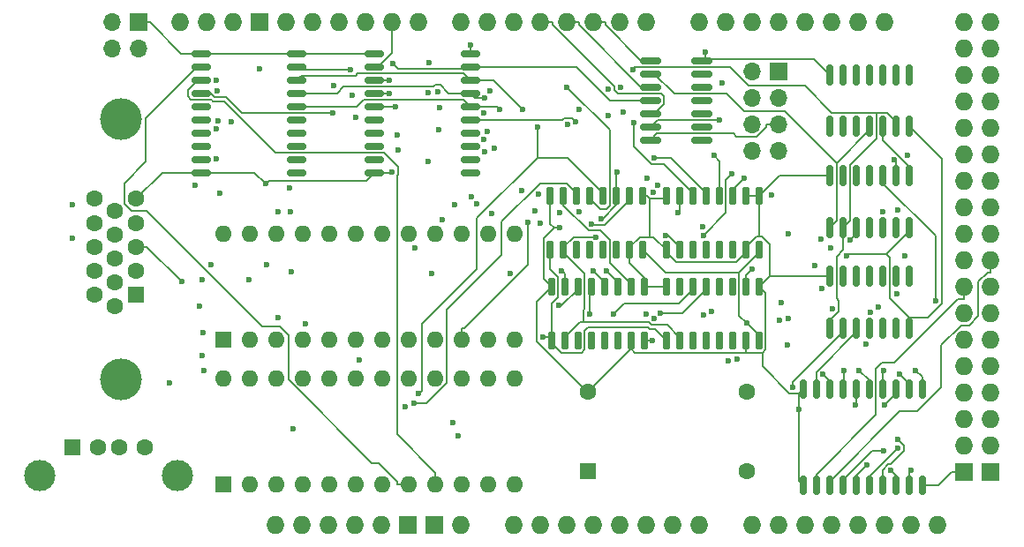
<source format=gbr>
%TF.GenerationSoftware,KiCad,Pcbnew,8.0.4+dfsg-1*%
%TF.CreationDate,2024-11-13T23:12:41-05:00*%
%TF.ProjectId,VGA_SRAM_Shield,5647415f-5352-4414-9d5f-536869656c64,rev?*%
%TF.SameCoordinates,Original*%
%TF.FileFunction,Copper,L1,Top*%
%TF.FilePolarity,Positive*%
%FSLAX46Y46*%
G04 Gerber Fmt 4.6, Leading zero omitted, Abs format (unit mm)*
G04 Created by KiCad (PCBNEW 8.0.4+dfsg-1) date 2024-11-13 23:12:41*
%MOMM*%
%LPD*%
G01*
G04 APERTURE LIST*
G04 Aperture macros list*
%AMRoundRect*
0 Rectangle with rounded corners*
0 $1 Rounding radius*
0 $2 $3 $4 $5 $6 $7 $8 $9 X,Y pos of 4 corners*
0 Add a 4 corners polygon primitive as box body*
4,1,4,$2,$3,$4,$5,$6,$7,$8,$9,$2,$3,0*
0 Add four circle primitives for the rounded corners*
1,1,$1+$1,$2,$3*
1,1,$1+$1,$4,$5*
1,1,$1+$1,$6,$7*
1,1,$1+$1,$8,$9*
0 Add four rect primitives between the rounded corners*
20,1,$1+$1,$2,$3,$4,$5,0*
20,1,$1+$1,$4,$5,$6,$7,0*
20,1,$1+$1,$6,$7,$8,$9,0*
20,1,$1+$1,$8,$9,$2,$3,0*%
G04 Aperture macros list end*
%TA.AperFunction,SMDPad,CuDef*%
%ADD10RoundRect,0.150000X0.150000X-0.725000X0.150000X0.725000X-0.150000X0.725000X-0.150000X-0.725000X0*%
%TD*%
%TA.AperFunction,ComponentPad*%
%ADD11R,1.700000X1.700000*%
%TD*%
%TA.AperFunction,ComponentPad*%
%ADD12O,1.700000X1.700000*%
%TD*%
%TA.AperFunction,ComponentPad*%
%ADD13R,1.600000X1.500000*%
%TD*%
%TA.AperFunction,ComponentPad*%
%ADD14C,1.600000*%
%TD*%
%TA.AperFunction,ComponentPad*%
%ADD15C,3.000000*%
%TD*%
%TA.AperFunction,ComponentPad*%
%ADD16C,4.000000*%
%TD*%
%TA.AperFunction,ComponentPad*%
%ADD17R,1.600000X1.600000*%
%TD*%
%TA.AperFunction,ComponentPad*%
%ADD18O,1.600000X1.600000*%
%TD*%
%TA.AperFunction,ComponentPad*%
%ADD19O,1.727200X1.727200*%
%TD*%
%TA.AperFunction,ComponentPad*%
%ADD20R,1.727200X1.727200*%
%TD*%
%TA.AperFunction,SMDPad,CuDef*%
%ADD21RoundRect,0.150000X0.150000X-0.800000X0.150000X0.800000X-0.150000X0.800000X-0.150000X-0.800000X0*%
%TD*%
%TA.AperFunction,SMDPad,CuDef*%
%ADD22RoundRect,0.150000X-0.825000X-0.150000X0.825000X-0.150000X0.825000X0.150000X-0.825000X0.150000X0*%
%TD*%
%TA.AperFunction,SMDPad,CuDef*%
%ADD23RoundRect,0.150000X0.150000X-0.825000X0.150000X0.825000X-0.150000X0.825000X-0.150000X-0.825000X0*%
%TD*%
%TA.AperFunction,SMDPad,CuDef*%
%ADD24RoundRect,0.150000X-0.800000X-0.150000X0.800000X-0.150000X0.800000X0.150000X-0.800000X0.150000X0*%
%TD*%
%TA.AperFunction,ViaPad*%
%ADD25C,0.600000*%
%TD*%
%TA.AperFunction,Conductor*%
%ADD26C,0.200000*%
%TD*%
G04 APERTURE END LIST*
D10*
%TO.P,U7,1,~{MR}*%
%TO.N,~{V_RESET}*%
X92370000Y-164140000D03*
%TO.P,U7,2,CP*%
%TO.N,Net-(U3-~{MR})*%
X93640000Y-164140000D03*
%TO.P,U7,3,D0*%
%TO.N,unconnected-(U7-D0-Pad3)*%
X94910000Y-164140000D03*
%TO.P,U7,4,D1*%
%TO.N,unconnected-(U7-D1-Pad4)*%
X96180000Y-164140000D03*
%TO.P,U7,5,D2*%
%TO.N,unconnected-(U7-D2-Pad5)*%
X97450000Y-164140000D03*
%TO.P,U7,6,D3*%
%TO.N,unconnected-(U7-D3-Pad6)*%
X98720000Y-164140000D03*
%TO.P,U7,7,CEP*%
%TO.N,PWR*%
X99990000Y-164140000D03*
%TO.P,U7,8,GND*%
%TO.N,GND*%
X101260000Y-164140000D03*
%TO.P,U7,9,~{PE}*%
%TO.N,PWR*%
X101260000Y-158990000D03*
%TO.P,U7,10,CET*%
%TO.N,Net-(U6-TC)*%
X99990000Y-158990000D03*
%TO.P,U7,11,Q3*%
%TO.N,unconnected-(U7-Q3-Pad11)*%
X98720000Y-158990000D03*
%TO.P,U7,12,Q2*%
%TO.N,unconnected-(U7-Q2-Pad12)*%
X97450000Y-158990000D03*
%TO.P,U7,13,Q1*%
%TO.N,A18*%
X96180000Y-158990000D03*
%TO.P,U7,14,Q0*%
%TO.N,A17*%
X94910000Y-158990000D03*
%TO.P,U7,15,TC*%
%TO.N,unconnected-(U7-TC-Pad15)*%
X93640000Y-158990000D03*
%TO.P,U7,16,VCC*%
%TO.N,PWR*%
X92370000Y-158990000D03*
%TD*%
D11*
%TO.P,J2,1,Pin_1*%
%TO.N,PWR*%
X41700000Y-133625000D03*
D12*
%TO.P,J2,2,Pin_2*%
X39160000Y-133625000D03*
%TO.P,J2,3,Pin_3*%
%TO.N,GND*%
X41700000Y-136165000D03*
%TO.P,J2,4,Pin_4*%
X39160000Y-136165000D03*
%TD*%
D13*
%TO.P,J5,1,VBUS*%
%TO.N,PWR*%
X35355000Y-174390000D03*
D14*
%TO.P,J5,2,D-*%
%TO.N,Net-(A1-D18{slash}TX1)*%
X37855000Y-174390000D03*
%TO.P,J5,3,D+*%
%TO.N,Net-(A1-D19{slash}RX1)*%
X39855000Y-174390000D03*
%TO.P,J5,4,GND*%
%TO.N,GND*%
X42355000Y-174390000D03*
D15*
%TO.P,J5,5,Shield*%
X32285000Y-177100000D03*
X45425000Y-177100000D03*
%TD*%
D10*
%TO.P,U10,1,~{MR}*%
%TO.N,PWR*%
X92354400Y-155467200D03*
%TO.P,U10,2,CP*%
%TO.N,H_CLK*%
X93624400Y-155467200D03*
%TO.P,U10,3,D0*%
%TO.N,unconnected-(U10-D0-Pad3)*%
X94894400Y-155467200D03*
%TO.P,U10,4,D1*%
%TO.N,unconnected-(U10-D1-Pad4)*%
X96164400Y-155467200D03*
%TO.P,U10,5,D2*%
%TO.N,unconnected-(U10-D2-Pad5)*%
X97434400Y-155467200D03*
%TO.P,U10,6,D3*%
%TO.N,unconnected-(U10-D3-Pad6)*%
X98704400Y-155467200D03*
%TO.P,U10,7,CEP*%
%TO.N,PWR*%
X99974400Y-155467200D03*
%TO.P,U10,8,GND*%
%TO.N,GND*%
X101244400Y-155467200D03*
%TO.P,U10,9,~{PE}*%
%TO.N,PWR*%
X101244400Y-150317200D03*
%TO.P,U10,10,CET*%
X99974400Y-150317200D03*
%TO.P,U10,11,Q3*%
%TO.N,A3*%
X98704400Y-150317200D03*
%TO.P,U10,12,Q2*%
%TO.N,A2*%
X97434400Y-150317200D03*
%TO.P,U10,13,Q1*%
%TO.N,A1*%
X96164400Y-150317200D03*
%TO.P,U10,14,Q0*%
%TO.N,A0*%
X94894400Y-150317200D03*
%TO.P,U10,15,TC*%
%TO.N,Net-(U10-TC)*%
X93624400Y-150317200D03*
%TO.P,U10,16,VCC*%
%TO.N,PWR*%
X92354400Y-150317200D03*
%TD*%
D16*
%TO.P,J3,0*%
%TO.N,N/C*%
X40040000Y-142920000D03*
X40040000Y-167920000D03*
D17*
%TO.P,J3,1*%
%TO.N,Net-(J3-Pad1)*%
X41460000Y-159735000D03*
D14*
%TO.P,J3,2*%
%TO.N,Net-(J3-Pad2)*%
X41460000Y-157445000D03*
%TO.P,J3,3*%
%TO.N,Net-(J3-Pad3)*%
X41460000Y-155155000D03*
%TO.P,J3,4*%
%TO.N,unconnected-(J3-Pad4)*%
X41460000Y-152865000D03*
%TO.P,J3,5*%
%TO.N,GND*%
X41460000Y-150575000D03*
%TO.P,J3,6*%
X39480000Y-160880000D03*
%TO.P,J3,7*%
X39480000Y-158590000D03*
%TO.P,J3,8*%
X39480000Y-156300000D03*
%TO.P,J3,9*%
%TO.N,unconnected-(J3-Pad9)*%
X39480000Y-154010000D03*
%TO.P,J3,10*%
%TO.N,GND*%
X39480000Y-151720000D03*
%TO.P,J3,11*%
%TO.N,unconnected-(J3-Pad11)*%
X37500000Y-159735000D03*
%TO.P,J3,12*%
%TO.N,unconnected-(J3-Pad12)*%
X37500000Y-157445000D03*
%TO.P,J3,13*%
%TO.N,Net-(J3-Pad13)*%
X37500000Y-155155000D03*
%TO.P,J3,14*%
%TO.N,Net-(J3-Pad14)*%
X37500000Y-152865000D03*
%TO.P,J3,15*%
%TO.N,unconnected-(J3-Pad15)*%
X37500000Y-150575000D03*
%TD*%
D17*
%TO.P,X1,1,NC*%
%TO.N,unconnected-(X1-NC-Pad1)*%
X84836000Y-176657000D03*
D14*
%TO.P,X1,7,GND*%
%TO.N,GND*%
X100076000Y-176657000D03*
%TO.P,X1,8,OUT*%
%TO.N,H_CLK*%
X100076000Y-169037000D03*
%TO.P,X1,14,Vcc*%
%TO.N,PWR*%
X84836000Y-169037000D03*
%TD*%
D17*
%TO.P,U8,1,I1*%
%TO.N,A0*%
X49885600Y-164109400D03*
D18*
%TO.P,U8,2,I2*%
%TO.N,A1*%
X52425600Y-164109400D03*
%TO.P,U8,3,I3*%
%TO.N,A2*%
X54965600Y-164109400D03*
%TO.P,U8,4,I4*%
%TO.N,A3*%
X57505600Y-164109400D03*
%TO.P,U8,5,I5*%
%TO.N,A4*%
X60045600Y-164109400D03*
%TO.P,U8,6,I6*%
%TO.N,A5*%
X62585600Y-164109400D03*
%TO.P,U8,7,I7*%
%TO.N,A6*%
X65125600Y-164109400D03*
%TO.P,U8,8,I8*%
%TO.N,A7*%
X67665600Y-164109400D03*
%TO.P,U8,9,I9*%
%TO.N,A8*%
X70205600Y-164109400D03*
%TO.P,U8,10,I10*%
%TO.N,A9*%
X72745600Y-164109400D03*
%TO.P,U8,11,I11*%
%TO.N,unconnected-(U8-I11-Pad11)*%
X75285600Y-164109400D03*
%TO.P,U8,12,GND*%
%TO.N,GND*%
X77825600Y-164109400D03*
%TO.P,U8,13,I13*%
%TO.N,unconnected-(U8-I13-Pad13)*%
X77825600Y-153949400D03*
%TO.P,U8,14,IO14*%
%TO.N,unconnected-(U8-IO14-Pad14)*%
X75285600Y-153949400D03*
%TO.P,U8,15,IO15*%
%TO.N,unconnected-(U8-IO15-Pad15)*%
X72745600Y-153949400D03*
%TO.P,U8,16,IO16*%
%TO.N,H_VISIBLE*%
X70205600Y-153949400D03*
%TO.P,U8,17,IO17*%
%TO.N,unconnected-(U8-IO17-Pad17)*%
X67665600Y-153949400D03*
%TO.P,U8,18,IO18*%
%TO.N,~{H_SYNC}*%
X65125600Y-153949400D03*
%TO.P,U8,19,IO19*%
%TO.N,unconnected-(U8-IO19-Pad19)*%
X62585600Y-153949400D03*
%TO.P,U8,20,IO20*%
%TO.N,Net-(U3-~{MR})*%
X60045600Y-153949400D03*
%TO.P,U8,21,IO21*%
%TO.N,unconnected-(U8-IO21-Pad21)*%
X57505600Y-153949400D03*
%TO.P,U8,22,IO22*%
%TO.N,unconnected-(U8-IO22-Pad22)*%
X54965600Y-153949400D03*
%TO.P,U8,23,IO23*%
%TO.N,unconnected-(U8-IO23-Pad23)*%
X52425600Y-153949400D03*
%TO.P,U8,24,VCC*%
%TO.N,PWR*%
X49885600Y-153949400D03*
%TD*%
D19*
%TO.P,A1,*%
%TO.N,*%
X54864000Y-181864000D03*
%TO.P,A1,3V3,3.3V*%
%TO.N,unconnected-(A1-3.3V-Pad3V3)*%
X62484000Y-181864000D03*
%TO.P,A1,5V1,5V*%
%TO.N,unconnected-(A1-5V-Pad5V1)*%
X65024000Y-181864000D03*
%TO.P,A1,5V3,5V*%
%TO.N,unconnected-(A1-5V-Pad5V3)*%
X120904000Y-133604000D03*
%TO.P,A1,5V4,5V*%
%TO.N,unconnected-(A1-5V-Pad5V4)*%
X123444000Y-133604000D03*
%TO.P,A1,A0,A0*%
%TO.N,unconnected-(A1-PadA0)*%
X77724000Y-181864000D03*
%TO.P,A1,A1,A1*%
%TO.N,unconnected-(A1-PadA1)*%
X80264000Y-181864000D03*
%TO.P,A1,A2,A2*%
%TO.N,unconnected-(A1-PadA2)*%
X82804000Y-181864000D03*
%TO.P,A1,A3,A3*%
%TO.N,unconnected-(A1-PadA3)*%
X85344000Y-181864000D03*
%TO.P,A1,A4,A4*%
%TO.N,unconnected-(A1-PadA4)*%
X87884000Y-181864000D03*
%TO.P,A1,A5,A5*%
%TO.N,unconnected-(A1-PadA5)*%
X90424000Y-181864000D03*
%TO.P,A1,A6,A6*%
%TO.N,unconnected-(A1-PadA6)*%
X92964000Y-181864000D03*
%TO.P,A1,A7,A7*%
%TO.N,unconnected-(A1-PadA7)*%
X95504000Y-181864000D03*
%TO.P,A1,A8,A8*%
%TO.N,/MCUMEMADDR12*%
X100584000Y-181864000D03*
%TO.P,A1,A9,A9*%
%TO.N,/MCUMEMADDR13*%
X103124000Y-181864000D03*
%TO.P,A1,A10,A10*%
%TO.N,/MCUMEMADDR14*%
X105664000Y-181864000D03*
%TO.P,A1,A11,A11*%
%TO.N,/MCUMEMADDR15*%
X108204000Y-181864000D03*
%TO.P,A1,AREF,AREF*%
%TO.N,unconnected-(A1-PadAREF)*%
X50800000Y-133604000D03*
%TO.P,A1,CANR,CANRX*%
%TO.N,unconnected-(A1-CANRX-PadCANR)*%
X115824000Y-181864000D03*
%TO.P,A1,CANT,CANTX*%
%TO.N,unconnected-(A1-CANTX-PadCANT)*%
X118364000Y-181864000D03*
%TO.P,A1,D0,D0/RX0*%
%TO.N,unconnected-(A1-D0{slash}RX0-PadD0)*%
X90424000Y-133604000D03*
%TO.P,A1,D1,D1/TX0*%
%TO.N,unconnected-(A1-D1{slash}TX0-PadD1)*%
X87884000Y-133604000D03*
%TO.P,A1,D2,D2*%
%TO.N,/MCU OE*%
X85344000Y-133604000D03*
%TO.P,A1,D3,D3*%
%TO.N,/MCU CE*%
X82804000Y-133604000D03*
%TO.P,A1,D4,D4_CS1*%
%TO.N,/MCU WE*%
X80264000Y-133604000D03*
%TO.P,A1,D5,D5*%
%TO.N,unconnected-(A1-PadD5)*%
X77724000Y-133604000D03*
%TO.P,A1,D6,D6*%
%TO.N,/MCUMEMADDR19*%
X75184000Y-133604000D03*
%TO.P,A1,D7,D7*%
%TO.N,/MCUMEMADDR18*%
X72644000Y-133604000D03*
%TO.P,A1,D8,D8*%
%TO.N,/MCUMEMADDR17*%
X68580000Y-133604000D03*
%TO.P,A1,D9,D9*%
%TO.N,/MCUMEMADDR16*%
X66040000Y-133604000D03*
%TO.P,A1,D10,D10_CS0*%
%TO.N,unconnected-(A1-D10_CS0-PadD10)*%
X63500000Y-133604000D03*
%TO.P,A1,D11,D11*%
%TO.N,unconnected-(A1-PadD11)*%
X60960000Y-133604000D03*
%TO.P,A1,D12,D12*%
%TO.N,unconnected-(A1-PadD12)*%
X58420000Y-133604000D03*
%TO.P,A1,D13,D13*%
%TO.N,unconnected-(A1-PadD13)*%
X55880000Y-133604000D03*
%TO.P,A1,D14,D14/TX3*%
%TO.N,unconnected-(A1-D14{slash}TX3-PadD14)*%
X95504000Y-133604000D03*
%TO.P,A1,D15,D15/RX3*%
%TO.N,unconnected-(A1-D15{slash}RX3-PadD15)*%
X98044000Y-133604000D03*
%TO.P,A1,D16,D16/TX2*%
%TO.N,unconnected-(A1-D16{slash}TX2-PadD16)*%
X100584000Y-133604000D03*
%TO.P,A1,D17,D17/RX2*%
%TO.N,unconnected-(A1-D17{slash}RX2-PadD17)*%
X103124000Y-133604000D03*
%TO.P,A1,D18,D18/TX1*%
%TO.N,Net-(A1-D18{slash}TX1)*%
X105664000Y-133604000D03*
%TO.P,A1,D19,D19/RX1*%
%TO.N,Net-(A1-D19{slash}RX1)*%
X108204000Y-133604000D03*
%TO.P,A1,D20,D20/SDA*%
%TO.N,unconnected-(A1-D20{slash}SDA-PadD20)*%
X110744000Y-133604000D03*
%TO.P,A1,D21,D21/SCL*%
%TO.N,unconnected-(A1-D21{slash}SCL-PadD21)*%
X113284000Y-133604000D03*
%TO.P,A1,D22,D22*%
%TO.N,unconnected-(A1-PadD22)*%
X120904000Y-136144000D03*
%TO.P,A1,D23,D23*%
%TO.N,unconnected-(A1-PadD23)*%
X123444000Y-136144000D03*
%TO.P,A1,D24,D24*%
%TO.N,unconnected-(A1-PadD24)*%
X120904000Y-138684000D03*
%TO.P,A1,D25,D25*%
%TO.N,/MCUMEMADDR8*%
X123444000Y-138684000D03*
%TO.P,A1,D26,D26*%
%TO.N,/MCUMEMADDR9*%
X120904000Y-141224000D03*
%TO.P,A1,D27,D27*%
%TO.N,/MCUMEMADDR10*%
X123444000Y-141224000D03*
%TO.P,A1,D28,D28*%
%TO.N,/MCUMEMADDR11*%
X120904000Y-143764000D03*
%TO.P,A1,D29,D29*%
%TO.N,unconnected-(A1-PadD29)*%
X123444000Y-143764000D03*
%TO.P,A1,D30,D30*%
%TO.N,unconnected-(A1-PadD30)*%
X120904000Y-146304000D03*
%TO.P,A1,D31,D31*%
%TO.N,unconnected-(A1-PadD31)*%
X123444000Y-146304000D03*
%TO.P,A1,D32,D32*%
%TO.N,unconnected-(A1-PadD32)*%
X120904000Y-148844000D03*
%TO.P,A1,D33,D33*%
%TO.N,DATA0*%
X123444000Y-148844000D03*
%TO.P,A1,D34,D34*%
%TO.N,DATA1*%
X120904000Y-151384000D03*
%TO.P,A1,D35,D35*%
%TO.N,DATA2*%
X123444000Y-151384000D03*
%TO.P,A1,D36,D36*%
%TO.N,DATA3*%
X120904000Y-153924000D03*
%TO.P,A1,D37,D37*%
%TO.N,DATA4*%
X123444000Y-153924000D03*
%TO.P,A1,D38,D38*%
%TO.N,DATA5*%
X120904000Y-156464000D03*
%TO.P,A1,D39,D39*%
%TO.N,DATA6*%
X123444000Y-156464000D03*
%TO.P,A1,D40,D40*%
%TO.N,DATA7*%
X120904000Y-159004000D03*
%TO.P,A1,D41,D41*%
%TO.N,unconnected-(A1-PadD41)*%
X123444000Y-159004000D03*
%TO.P,A1,D42,D42*%
%TO.N,unconnected-(A1-PadD42)*%
X120904000Y-161544000D03*
%TO.P,A1,D43,D43*%
%TO.N,unconnected-(A1-PadD43)*%
X123444000Y-161544000D03*
%TO.P,A1,D44,D44*%
%TO.N,/MCUMEMADDR7*%
X120904000Y-164084000D03*
%TO.P,A1,D45,D45*%
%TO.N,/MCUMEMADDR6*%
X123444000Y-164084000D03*
%TO.P,A1,D46,D46*%
%TO.N,/MCUMEMADDR5*%
X120904000Y-166624000D03*
%TO.P,A1,D47,D47*%
%TO.N,/MCUMEMADDR4*%
X123444000Y-166624000D03*
%TO.P,A1,D48,D48*%
%TO.N,/MCUMEMADDR3*%
X120904000Y-169164000D03*
%TO.P,A1,D49,D49*%
%TO.N,/MCUMEMADDR2*%
X123444000Y-169164000D03*
%TO.P,A1,D50,D50*%
%TO.N,/MCUMEMADDR1*%
X120904000Y-171704000D03*
%TO.P,A1,D51,D51*%
%TO.N,/MCUMEMADDR0*%
X123444000Y-171704000D03*
%TO.P,A1,D52,D52_CS2*%
%TO.N,unconnected-(A1-D52_CS2-PadD52)*%
X120904000Y-174244000D03*
%TO.P,A1,D53,D53*%
%TO.N,unconnected-(A1-PadD53)*%
X123444000Y-174244000D03*
%TO.P,A1,DAC0,DAC0*%
%TO.N,unconnected-(A1-PadDAC0)*%
X110744000Y-181864000D03*
%TO.P,A1,DAC1,DAC1*%
%TO.N,unconnected-(A1-PadDAC1)*%
X113284000Y-181864000D03*
D20*
%TO.P,A1,GND1,GND*%
%TO.N,GND*%
X53340000Y-133604000D03*
%TO.P,A1,GND2,GND*%
X67564000Y-181864000D03*
%TO.P,A1,GND3,GND*%
X70104000Y-181864000D03*
%TO.P,A1,GND5,GND*%
X120904000Y-176784000D03*
%TO.P,A1,GND6,GND*%
X123444000Y-176784000D03*
D19*
%TO.P,A1,IORF,IOREF*%
%TO.N,unconnected-(A1-IOREF-PadIORF)*%
X57404000Y-181864000D03*
%TO.P,A1,RST1,RESET*%
%TO.N,unconnected-(A1-RESET-PadRST1)*%
X59944000Y-181864000D03*
%TO.P,A1,SCL1,SCL1*%
%TO.N,unconnected-(A1-PadSCL1)*%
X45720000Y-133604000D03*
%TO.P,A1,SDA1,SDA1*%
%TO.N,unconnected-(A1-PadSDA1)*%
X48260000Y-133604000D03*
%TO.P,A1,VIN,VIN*%
%TO.N,PWR*%
X72644000Y-181864000D03*
%TD*%
D21*
%TO.P,U2,1,A->B*%
%TO.N,PWR*%
X105460800Y-178054000D03*
%TO.P,U2,2,A0*%
%TO.N,DATA7*%
X106730800Y-178054000D03*
%TO.P,U2,3,A1*%
%TO.N,DATA6*%
X108000800Y-178054000D03*
%TO.P,U2,4,A2*%
%TO.N,DATA5*%
X109270800Y-178054000D03*
%TO.P,U2,5,A3*%
%TO.N,DATA4*%
X110540800Y-178054000D03*
%TO.P,U2,6,A4*%
%TO.N,DATA3*%
X111810800Y-178054000D03*
%TO.P,U2,7,A5*%
%TO.N,DATA2*%
X113080800Y-178054000D03*
%TO.P,U2,8,A6*%
%TO.N,DATA1*%
X114350800Y-178054000D03*
%TO.P,U2,9,A7*%
%TO.N,DATA0*%
X115620800Y-178054000D03*
%TO.P,U2,10,GND*%
%TO.N,GND*%
X116890800Y-178054000D03*
%TO.P,U2,11,B7*%
%TO.N,Net-(U2-B7)*%
X116890800Y-168854000D03*
%TO.P,U2,12,B6*%
%TO.N,Net-(U2-B6)*%
X115620800Y-168854000D03*
%TO.P,U2,13,B5*%
%TO.N,Net-(U2-B5)*%
X114350800Y-168854000D03*
%TO.P,U2,14,B4*%
%TO.N,Net-(U2-B4)*%
X113080800Y-168854000D03*
%TO.P,U2,15,B3*%
%TO.N,Net-(U2-B3)*%
X111810800Y-168854000D03*
%TO.P,U2,16,B2*%
%TO.N,Net-(U2-B2)*%
X110540800Y-168854000D03*
%TO.P,U2,17,B1*%
%TO.N,Net-(U2-B1)*%
X109270800Y-168854000D03*
%TO.P,U2,18,B0*%
%TO.N,Net-(U2-B0)*%
X108000800Y-168854000D03*
%TO.P,U2,19,CE*%
%TO.N,~{VGA_OUT}*%
X106730800Y-168854000D03*
%TO.P,U2,20,VCC*%
%TO.N,PWR*%
X105460800Y-168854000D03*
%TD*%
D22*
%TO.P,U19,1*%
%TO.N,/MCU OE*%
X90833400Y-137287000D03*
%TO.P,U19,2*%
%TO.N,~{MCU OE}*%
X90833400Y-138557000D03*
%TO.P,U19,3*%
%TO.N,/MCU CE*%
X90833400Y-139827000D03*
%TO.P,U19,4*%
%TO.N,Net-(U11-CE)*%
X90833400Y-141097000D03*
%TO.P,U19,5*%
%TO.N,/MCU WE*%
X90833400Y-142367000D03*
%TO.P,U19,6*%
%TO.N,Net-(U1-~{WE})*%
X90833400Y-143637000D03*
%TO.P,U19,7,GND*%
%TO.N,GND*%
X90833400Y-144907000D03*
%TO.P,U19,8*%
%TO.N,unconnected-(U19-Pad8)*%
X95783400Y-144907000D03*
%TO.P,U19,9*%
%TO.N,unconnected-(U19-Pad9)*%
X95783400Y-143637000D03*
%TO.P,U19,10*%
%TO.N,unconnected-(U19-Pad10)*%
X95783400Y-142367000D03*
%TO.P,U19,11*%
%TO.N,unconnected-(U19-Pad11)*%
X95783400Y-141097000D03*
%TO.P,U19,12*%
%TO.N,unconnected-(U19-Pad12)*%
X95783400Y-139827000D03*
%TO.P,U19,13*%
%TO.N,unconnected-(U19-Pad13)*%
X95783400Y-138557000D03*
%TO.P,U19,14,VCC*%
%TO.N,PWR*%
X95783400Y-137287000D03*
%TD*%
D10*
%TO.P,U5,1,~{MR}*%
%TO.N,~{V_RESET}*%
X81229200Y-155441800D03*
%TO.P,U5,2,CP*%
%TO.N,Net-(U3-~{MR})*%
X82499200Y-155441800D03*
%TO.P,U5,3,D0*%
%TO.N,unconnected-(U5-D0-Pad3)*%
X83769200Y-155441800D03*
%TO.P,U5,4,D1*%
%TO.N,unconnected-(U5-D1-Pad4)*%
X85039200Y-155441800D03*
%TO.P,U5,5,D2*%
%TO.N,unconnected-(U5-D2-Pad5)*%
X86309200Y-155441800D03*
%TO.P,U5,6,D3*%
%TO.N,unconnected-(U5-D3-Pad6)*%
X87579200Y-155441800D03*
%TO.P,U5,7,CEP*%
%TO.N,PWR*%
X88849200Y-155441800D03*
%TO.P,U5,8,GND*%
%TO.N,GND*%
X90119200Y-155441800D03*
%TO.P,U5,9,~{PE}*%
%TO.N,PWR*%
X90119200Y-150291800D03*
%TO.P,U5,10,CET*%
%TO.N,Net-(U4-TC)*%
X88849200Y-150291800D03*
%TO.P,U5,11,Q3*%
%TO.N,A12*%
X87579200Y-150291800D03*
%TO.P,U5,12,Q2*%
%TO.N,A11*%
X86309200Y-150291800D03*
%TO.P,U5,13,Q1*%
%TO.N,A10*%
X85039200Y-150291800D03*
%TO.P,U5,14,Q0*%
%TO.N,Net-(U5-Q0)*%
X83769200Y-150291800D03*
%TO.P,U5,15,TC*%
%TO.N,Net-(U5-TC)*%
X82499200Y-150291800D03*
%TO.P,U5,16,VCC*%
%TO.N,PWR*%
X81229200Y-150291800D03*
%TD*%
D23*
%TO.P,U16,1*%
%TO.N,~{MCU OE}*%
X108051600Y-153289000D03*
%TO.P,U16,2*%
%TO.N,~{TIMING ADDR}*%
X109321600Y-153289000D03*
%TO.P,U16,3*%
%TO.N,~{OE}*%
X110591600Y-153289000D03*
%TO.P,U16,4*%
%TO.N,unconnected-(U16-Pad4)*%
X111861600Y-153289000D03*
%TO.P,U16,5*%
%TO.N,unconnected-(U16-Pad5)*%
X113131600Y-153289000D03*
%TO.P,U16,6*%
%TO.N,unconnected-(U16-Pad6)*%
X114401600Y-153289000D03*
%TO.P,U16,7,GND*%
%TO.N,GND*%
X115671600Y-153289000D03*
%TO.P,U16,8*%
%TO.N,Net-(U16-Pad8)*%
X115671600Y-148339000D03*
%TO.P,U16,9*%
%TO.N,Net-(U11-CE)*%
X114401600Y-148339000D03*
%TO.P,U16,10*%
%TO.N,Net-(U1-~{WE})*%
X113131600Y-148339000D03*
%TO.P,U16,11*%
%TO.N,unconnected-(U16-Pad11)*%
X111861600Y-148339000D03*
%TO.P,U16,12*%
%TO.N,unconnected-(U16-Pad12)*%
X110591600Y-148339000D03*
%TO.P,U16,13*%
%TO.N,unconnected-(U16-Pad13)*%
X109321600Y-148339000D03*
%TO.P,U16,14,VCC*%
%TO.N,PWR*%
X108051600Y-148339000D03*
%TD*%
%TO.P,U15,1*%
%TO.N,~{TIMING ADDR}*%
X108051600Y-162966400D03*
%TO.P,U15,2*%
%TO.N,~{SCREEN_VISIBLE}*%
X109321600Y-162966400D03*
%TO.P,U15,3*%
%TO.N,~{VGA_OUT}*%
X110591600Y-162966400D03*
%TO.P,U15,4*%
%TO.N,unconnected-(U15-Pad4)*%
X111861600Y-162966400D03*
%TO.P,U15,5*%
%TO.N,unconnected-(U15-Pad5)*%
X113131600Y-162966400D03*
%TO.P,U15,6*%
%TO.N,unconnected-(U15-Pad6)*%
X114401600Y-162966400D03*
%TO.P,U15,7,GND*%
%TO.N,GND*%
X115671600Y-162966400D03*
%TO.P,U15,8*%
%TO.N,unconnected-(U15-Pad8)*%
X115671600Y-158016400D03*
%TO.P,U15,9*%
%TO.N,unconnected-(U15-Pad9)*%
X114401600Y-158016400D03*
%TO.P,U15,10*%
%TO.N,unconnected-(U15-Pad10)*%
X113131600Y-158016400D03*
%TO.P,U15,11*%
%TO.N,unconnected-(U15-Pad11)*%
X111861600Y-158016400D03*
%TO.P,U15,12*%
%TO.N,unconnected-(U15-Pad12)*%
X110591600Y-158016400D03*
%TO.P,U15,13*%
%TO.N,unconnected-(U15-Pad13)*%
X109321600Y-158016400D03*
%TO.P,U15,14,VCC*%
%TO.N,PWR*%
X108051600Y-158016400D03*
%TD*%
D11*
%TO.P,J1,1,Pin_1*%
%TO.N,~{H_SYNC}*%
X103124000Y-138328400D03*
D12*
%TO.P,J1,2,Pin_2*%
%TO.N,H_VISIBLE*%
X100584000Y-138328400D03*
%TO.P,J1,3,Pin_3*%
%TO.N,~{SCREEN_VISIBLE}*%
X103124000Y-140868400D03*
%TO.P,J1,4,Pin_4*%
%TO.N,~{V_RESET}*%
X100584000Y-140868400D03*
%TO.P,J1,5,Pin_5*%
%TO.N,GND*%
X103124000Y-143408400D03*
%TO.P,J1,6,Pin_6*%
%TO.N,~{V_SYNC}*%
X100584000Y-143408400D03*
%TO.P,J1,7,Pin_7*%
%TO.N,V_FRONT_PORCH*%
X103124000Y-145948400D03*
%TO.P,J1,8,Pin_8*%
%TO.N,~{V_VISIBLE}*%
X100584000Y-145948400D03*
%TD*%
D10*
%TO.P,U6,1,~{MR}*%
%TO.N,~{V_RESET}*%
X81330800Y-164128600D03*
%TO.P,U6,2,CP*%
%TO.N,Net-(U3-~{MR})*%
X82600800Y-164128600D03*
%TO.P,U6,3,D0*%
%TO.N,unconnected-(U6-D0-Pad3)*%
X83870800Y-164128600D03*
%TO.P,U6,4,D1*%
%TO.N,unconnected-(U6-D1-Pad4)*%
X85140800Y-164128600D03*
%TO.P,U6,5,D2*%
%TO.N,unconnected-(U6-D2-Pad5)*%
X86410800Y-164128600D03*
%TO.P,U6,6,D3*%
%TO.N,unconnected-(U6-D3-Pad6)*%
X87680800Y-164128600D03*
%TO.P,U6,7,CEP*%
%TO.N,PWR*%
X88950800Y-164128600D03*
%TO.P,U6,8,GND*%
%TO.N,GND*%
X90220800Y-164128600D03*
%TO.P,U6,9,~{PE}*%
%TO.N,PWR*%
X90220800Y-158978600D03*
%TO.P,U6,10,CET*%
%TO.N,Net-(U5-TC)*%
X88950800Y-158978600D03*
%TO.P,U6,11,Q3*%
%TO.N,A16*%
X87680800Y-158978600D03*
%TO.P,U6,12,Q2*%
%TO.N,A15*%
X86410800Y-158978600D03*
%TO.P,U6,13,Q1*%
%TO.N,A14*%
X85140800Y-158978600D03*
%TO.P,U6,14,Q0*%
%TO.N,A13*%
X83870800Y-158978600D03*
%TO.P,U6,15,TC*%
%TO.N,Net-(U6-TC)*%
X82600800Y-158978600D03*
%TO.P,U6,16,VCC*%
%TO.N,PWR*%
X81330800Y-158978600D03*
%TD*%
D17*
%TO.P,U9,1,I1*%
%TO.N,Net-(U5-Q0)*%
X49885600Y-177927000D03*
D18*
%TO.P,U9,2,I2*%
%TO.N,A10*%
X52425600Y-177927000D03*
%TO.P,U9,3,I3*%
%TO.N,A11*%
X54965600Y-177927000D03*
%TO.P,U9,4,I4*%
%TO.N,A12*%
X57505600Y-177927000D03*
%TO.P,U9,5,I5*%
%TO.N,A13*%
X60045600Y-177927000D03*
%TO.P,U9,6,I6*%
%TO.N,A14*%
X62585600Y-177927000D03*
%TO.P,U9,7,I7*%
%TO.N,A15*%
X65125600Y-177927000D03*
%TO.P,U9,8,I8*%
%TO.N,A16*%
X67665600Y-177927000D03*
%TO.P,U9,9,I9*%
%TO.N,A17*%
X70205600Y-177927000D03*
%TO.P,U9,10,I10*%
%TO.N,A18*%
X72745600Y-177927000D03*
%TO.P,U9,11,I11*%
%TO.N,H_VISIBLE*%
X75285600Y-177927000D03*
%TO.P,U9,12,GND*%
%TO.N,GND*%
X77825600Y-177927000D03*
%TO.P,U9,13,I13*%
%TO.N,unconnected-(U9-I13-Pad13)*%
X77825600Y-167767000D03*
%TO.P,U9,14,IO14*%
%TO.N,~{V_VISIBLE}*%
X75285600Y-167767000D03*
%TO.P,U9,15,IO15*%
%TO.N,V_FRONT_PORCH*%
X72745600Y-167767000D03*
%TO.P,U9,16,IO16*%
%TO.N,~{V_SYNC}*%
X70205600Y-167767000D03*
%TO.P,U9,17,IO17*%
%TO.N,unconnected-(U9-IO17-Pad17)*%
X67665600Y-167767000D03*
%TO.P,U9,18,IO18*%
%TO.N,unconnected-(U9-IO18-Pad18)*%
X65125600Y-167767000D03*
%TO.P,U9,19,IO19*%
%TO.N,unconnected-(U9-IO19-Pad19)*%
X62585600Y-167767000D03*
%TO.P,U9,20,IO20*%
%TO.N,~{V_RESET}*%
X60045600Y-167767000D03*
%TO.P,U9,21,IO21*%
%TO.N,~{SCREEN_VISIBLE}*%
X57505600Y-167767000D03*
%TO.P,U9,22,IO22*%
%TO.N,unconnected-(U9-IO22-Pad22)*%
X54965600Y-167767000D03*
%TO.P,U9,23,IO23*%
%TO.N,unconnected-(U9-IO23-Pad23)*%
X52425600Y-167767000D03*
%TO.P,U9,24,VCC*%
%TO.N,PWR*%
X49885600Y-167767000D03*
%TD*%
D24*
%TO.P,U18,1,A->B*%
%TO.N,PWR*%
X64333000Y-136615400D03*
%TO.P,U18,2,A0*%
%TO.N,/MCUMEMADDR16*%
X64333000Y-137885400D03*
%TO.P,U18,3,A1*%
%TO.N,/MCUMEMADDR17*%
X64333000Y-139155400D03*
%TO.P,U18,4,A2*%
%TO.N,/MCUMEMADDR18*%
X64333000Y-140425400D03*
%TO.P,U18,5,A3*%
%TO.N,/MCUMEMADDR19*%
X64333000Y-141695400D03*
%TO.P,U18,6,A4*%
%TO.N,unconnected-(U18-A4-Pad6)*%
X64333000Y-142965400D03*
%TO.P,U18,7,A5*%
%TO.N,unconnected-(U18-A5-Pad7)*%
X64333000Y-144235400D03*
%TO.P,U18,8,A6*%
%TO.N,unconnected-(U18-A6-Pad8)*%
X64333000Y-145505400D03*
%TO.P,U18,9,A7*%
%TO.N,unconnected-(U18-A7-Pad9)*%
X64333000Y-146775400D03*
%TO.P,U18,10,GND*%
%TO.N,GND*%
X64333000Y-148045400D03*
%TO.P,U18,11,B7*%
%TO.N,unconnected-(U18-B7-Pad11)*%
X73533000Y-148045400D03*
%TO.P,U18,12,B6*%
%TO.N,unconnected-(U18-B6-Pad12)*%
X73533000Y-146775400D03*
%TO.P,U18,13,B5*%
%TO.N,unconnected-(U18-B5-Pad13)*%
X73533000Y-145505400D03*
%TO.P,U18,14,B4*%
%TO.N,unconnected-(U18-B4-Pad14)*%
X73533000Y-144235400D03*
%TO.P,U18,15,B3*%
%TO.N,MEMADDR19*%
X73533000Y-142965400D03*
%TO.P,U18,16,B2*%
%TO.N,MEMADDR18*%
X73533000Y-141695400D03*
%TO.P,U18,17,B1*%
%TO.N,MEMADDR17*%
X73533000Y-140425400D03*
%TO.P,U18,18,B0*%
%TO.N,MEMADDR16*%
X73533000Y-139155400D03*
%TO.P,U18,19,CE*%
%TO.N,Net-(U11-CE)*%
X73533000Y-137885400D03*
%TO.P,U18,20,VCC*%
%TO.N,PWR*%
X73533000Y-136615400D03*
%TD*%
D23*
%TO.P,U17,1*%
%TO.N,unconnected-(U17-Pad1)*%
X108051600Y-143611600D03*
%TO.P,U17,2*%
%TO.N,unconnected-(U17-Pad2)*%
X109321600Y-143611600D03*
%TO.P,U17,3*%
%TO.N,unconnected-(U17-Pad3)*%
X110591600Y-143611600D03*
%TO.P,U17,4*%
%TO.N,~{MCU OE}*%
X111861600Y-143611600D03*
%TO.P,U17,5*%
%TO.N,Net-(U16-Pad8)*%
X113131600Y-143611600D03*
%TO.P,U17,6*%
%TO.N,~{TIMING ADDR}*%
X114401600Y-143611600D03*
%TO.P,U17,7,GND*%
%TO.N,GND*%
X115671600Y-143611600D03*
%TO.P,U17,8*%
%TO.N,unconnected-(U17-Pad8)*%
X115671600Y-138661600D03*
%TO.P,U17,9*%
%TO.N,unconnected-(U17-Pad9)*%
X114401600Y-138661600D03*
%TO.P,U17,10*%
%TO.N,unconnected-(U17-Pad10)*%
X113131600Y-138661600D03*
%TO.P,U17,11*%
%TO.N,unconnected-(U17-Pad11)*%
X111861600Y-138661600D03*
%TO.P,U17,12*%
%TO.N,unconnected-(U17-Pad12)*%
X110591600Y-138661600D03*
%TO.P,U17,13*%
%TO.N,unconnected-(U17-Pad13)*%
X109321600Y-138661600D03*
%TO.P,U17,14,VCC*%
%TO.N,PWR*%
X108051600Y-138661600D03*
%TD*%
D24*
%TO.P,U20,1,A->B*%
%TO.N,PWR*%
X47724000Y-136615400D03*
%TO.P,U20,2,A0*%
%TO.N,A16*%
X47724000Y-137885400D03*
%TO.P,U20,3,A1*%
%TO.N,A17*%
X47724000Y-139155400D03*
%TO.P,U20,4,A2*%
%TO.N,A18*%
X47724000Y-140425400D03*
%TO.P,U20,5,A3*%
%TO.N,unconnected-(U20-A3-Pad5)*%
X47724000Y-141695400D03*
%TO.P,U20,6,A4*%
%TO.N,unconnected-(U20-A4-Pad6)*%
X47724000Y-142965400D03*
%TO.P,U20,7,A5*%
%TO.N,unconnected-(U20-A5-Pad7)*%
X47724000Y-144235400D03*
%TO.P,U20,8,A6*%
%TO.N,unconnected-(U20-A6-Pad8)*%
X47724000Y-145505400D03*
%TO.P,U20,9,A7*%
%TO.N,unconnected-(U20-A7-Pad9)*%
X47724000Y-146775400D03*
%TO.P,U20,10,GND*%
%TO.N,GND*%
X47724000Y-148045400D03*
%TO.P,U20,11,B7*%
%TO.N,unconnected-(U20-B7-Pad11)*%
X56924000Y-148045400D03*
%TO.P,U20,12,B6*%
%TO.N,unconnected-(U20-B6-Pad12)*%
X56924000Y-146775400D03*
%TO.P,U20,13,B5*%
%TO.N,unconnected-(U20-B5-Pad13)*%
X56924000Y-145505400D03*
%TO.P,U20,14,B4*%
%TO.N,unconnected-(U20-B4-Pad14)*%
X56924000Y-144235400D03*
%TO.P,U20,15,B3*%
%TO.N,unconnected-(U20-B3-Pad15)*%
X56924000Y-142965400D03*
%TO.P,U20,16,B2*%
%TO.N,MEMADDR18*%
X56924000Y-141695400D03*
%TO.P,U20,17,B1*%
%TO.N,MEMADDR17*%
X56924000Y-140425400D03*
%TO.P,U20,18,B0*%
%TO.N,MEMADDR16*%
X56924000Y-139155400D03*
%TO.P,U20,19,CE*%
%TO.N,~{TIMING ADDR}*%
X56924000Y-137885400D03*
%TO.P,U20,20,VCC*%
%TO.N,PWR*%
X56924000Y-136615400D03*
%TD*%
D25*
%TO.N,Net-(U11-CE)*%
X66094300Y-137550000D03*
X114190200Y-146851100D03*
%TO.N,Net-(U1-~{WE})*%
X118152300Y-160385800D03*
X97487400Y-142967800D03*
%TO.N,/MCUMEMADDR5*%
X56367000Y-157520100D03*
%TO.N,/MCUMEMADDR13*%
X66583600Y-144475200D03*
%TO.N,DATA2*%
X114522200Y-173628000D03*
X114443500Y-159651700D03*
%TO.N,/MCUMEMADDR12*%
X62528400Y-142760300D03*
%TO.N,DATA1*%
X113882100Y-176632600D03*
X108111400Y-155301700D03*
%TO.N,DATA5*%
X113158600Y-174740500D03*
%TO.N,/MCUMEMADDR15*%
X69530500Y-146996000D03*
%TO.N,/MCUMEMADDR14*%
X66610200Y-145914700D03*
%TO.N,/MCUMEMADDR10*%
X69539000Y-140402200D03*
%TO.N,/MCUMEMADDR8*%
X69614000Y-137455900D03*
%TO.N,DATA3*%
X114513200Y-174513100D03*
%TO.N,DATA0*%
X115850900Y-176599600D03*
X107224100Y-154389200D03*
%TO.N,~{TIMING ADDR}*%
X62029700Y-138138000D03*
X89143500Y-138142500D03*
%TO.N,/MCUMEMADDR1*%
X60479900Y-139738500D03*
%TO.N,/MCUMEMADDR11*%
X70577000Y-141772900D03*
%TO.N,/MCUMEMADDR6*%
X56321400Y-151826400D03*
%TO.N,/MCUMEMADDR0*%
X53320600Y-138125200D03*
%TO.N,/MCUMEMADDR19*%
X66379800Y-141735900D03*
%TO.N,/MCUMEMADDR18*%
X65786300Y-140425400D03*
%TO.N,/MCUMEMADDR3*%
X67321500Y-170474000D03*
%TO.N,DATA7*%
X115215100Y-156039400D03*
%TO.N,DATA4*%
X111601500Y-176066800D03*
%TO.N,A17*%
X87253800Y-161659100D03*
%TO.N,A18*%
X60361700Y-142296200D03*
X91772000Y-161531600D03*
%TO.N,A16*%
X86602300Y-157486900D03*
%TO.N,Net-(U10-TC)*%
X93469100Y-151880800D03*
%TO.N,A14*%
X84972100Y-161661100D03*
X82105700Y-151893400D03*
%TO.N,A15*%
X85305500Y-157452100D03*
%TO.N,A13*%
X82050100Y-160781200D03*
X80104900Y-150083100D03*
%TO.N,Net-(U6-TC)*%
X82334700Y-157452100D03*
X100547600Y-157317000D03*
%TO.N,A12*%
X86146200Y-152485700D03*
X87647000Y-147999100D03*
%TO.N,A11*%
X68577300Y-169271600D03*
X79969800Y-143706600D03*
%TO.N,A10*%
X82822200Y-139844400D03*
%TO.N,Net-(U5-Q0)*%
X68122600Y-170216100D03*
%TO.N,A9*%
X79104400Y-152812500D03*
%TO.N,Net-(U4-TC)*%
X85173400Y-153005500D03*
%TO.N,A7*%
X95897900Y-161673300D03*
X91553300Y-149273500D03*
%TO.N,A5*%
X91178700Y-162074500D03*
X95833900Y-153253000D03*
X90505600Y-148614600D03*
%TO.N,A4*%
X95896600Y-154053200D03*
X98647500Y-148163200D03*
X90457500Y-161661100D03*
%TO.N,A6*%
X96698100Y-161373800D03*
X91079500Y-149931300D03*
%TO.N,H_CLK*%
X92290000Y-154085700D03*
%TO.N,A3*%
X99847800Y-148552000D03*
X68267300Y-155237400D03*
%TO.N,A0*%
X89249500Y-143241500D03*
X56248300Y-149487400D03*
%TO.N,A2*%
X96910300Y-146426100D03*
X57753400Y-162595400D03*
X70822600Y-152562600D03*
%TO.N,A1*%
X91157000Y-146614100D03*
X73674300Y-150396900D03*
%TO.N,MEMADDR6*%
X49496800Y-150023800D03*
X102406100Y-150184000D03*
%TO.N,/MCUMEMADDR2*%
X54056600Y-156889800D03*
%TO.N,MEMADDR1*%
X114578900Y-151664800D03*
X86747700Y-140064100D03*
X49251900Y-140179900D03*
%TO.N,/MCUMEMADDR7*%
X55085200Y-151829200D03*
%TO.N,MEMADDR8*%
X104035000Y-153900500D03*
X75442700Y-140244500D03*
X62253000Y-140653800D03*
%TO.N,MEMADDR19*%
X112657400Y-160916900D03*
X83670600Y-143190400D03*
%TO.N,MEMADDR17*%
X107293200Y-159171700D03*
X74955300Y-140899600D03*
%TO.N,/MCUMEMADDR17*%
X65795500Y-139155400D03*
%TO.N,MEMADDR16*%
X108295100Y-161153600D03*
X78596200Y-141952600D03*
%TO.N,MEMADDR18*%
X111913800Y-161486800D03*
X76400700Y-141962500D03*
%TO.N,MEMADDR7*%
X84018000Y-151825300D03*
X47130000Y-149290000D03*
%TO.N,~{OE}*%
X109950600Y-154555700D03*
%TO.N,MEMADDR3*%
X86744600Y-142590300D03*
X97733400Y-139465200D03*
X49181700Y-143867400D03*
%TO.N,MEMADDR12*%
X103952200Y-164558600D03*
X74812600Y-144887300D03*
%TO.N,MEMADDR4*%
X88184900Y-142239700D03*
X50591700Y-143185400D03*
X115473900Y-146402900D03*
%TO.N,MEMADDR5*%
X82850200Y-143394400D03*
X49196500Y-146686800D03*
%TO.N,MEMADDR15*%
X111481900Y-164525700D03*
X77418200Y-157712900D03*
%TO.N,MEMADDR11*%
X103340800Y-160539500D03*
X70498200Y-143961500D03*
%TO.N,MEMADDR10*%
X103212300Y-162194000D03*
X75144000Y-144087100D03*
%TO.N,/MCUMEMADDR9*%
X70404000Y-140257900D03*
%TO.N,/MCUMEMADDR4*%
X62888300Y-166033100D03*
%TO.N,MEMADDR9*%
X104021600Y-162039200D03*
X74811000Y-142330400D03*
%TO.N,MEMADDR2*%
X83988400Y-141990100D03*
X49353700Y-143066700D03*
%TO.N,MEMADDR14*%
X98330500Y-166077800D03*
X74963400Y-146087600D03*
%TO.N,MEMADDR13*%
X99157000Y-165938400D03*
X75859800Y-145687500D03*
%TO.N,MEMADDR0*%
X113084100Y-151797100D03*
X87948000Y-139844400D03*
X49181000Y-139179600D03*
%TO.N,Net-(U2-B7)*%
X47860300Y-165646900D03*
X116263000Y-167007500D03*
%TO.N,Net-(U2-B6)*%
X47592500Y-160854100D03*
X114686000Y-167393000D03*
%TO.N,Net-(U2-B5)*%
X47971200Y-167065500D03*
X113258900Y-170320100D03*
%TO.N,Net-(U2-B4)*%
X48711500Y-156890300D03*
X113163700Y-167030600D03*
%TO.N,Net-(U2-B3)*%
X52316100Y-158348500D03*
X110862300Y-167036600D03*
%TO.N,Net-(U2-B2)*%
X44671400Y-168258200D03*
X110514100Y-170305400D03*
%TO.N,Net-(U2-B1)*%
X47843600Y-158308400D03*
X109361800Y-167017000D03*
%TO.N,Net-(U2-B0)*%
X55088500Y-161985400D03*
X107350200Y-167412700D03*
%TO.N,Net-(J3-Pad3)*%
X45853800Y-158484500D03*
%TO.N,Net-(J3-Pad2)*%
X47896000Y-163428200D03*
%TO.N,~{V_VISIBLE}*%
X79720500Y-151718500D03*
%TO.N,GND*%
X91027700Y-164128600D03*
X53953000Y-149128400D03*
X66011400Y-148029500D03*
X106574600Y-156966000D03*
X109671000Y-156001700D03*
X100051700Y-162464200D03*
X80273000Y-152863300D03*
%TO.N,~{SCREEN_VISIBLE}*%
X72402100Y-173304400D03*
X104511800Y-168646000D03*
%TO.N,~{V_RESET}*%
X80511600Y-163801900D03*
X78484800Y-149753700D03*
%TO.N,~{V_SYNC}*%
X35351100Y-154326200D03*
X69876300Y-157740100D03*
X74198900Y-151003900D03*
%TO.N,V_FRONT_PORCH*%
X75636700Y-152009900D03*
%TO.N,~{H_SYNC}*%
X35361400Y-151090400D03*
X72056000Y-151164000D03*
%TO.N,H_VISIBLE*%
X71919700Y-172002100D03*
%TO.N,Net-(U3-~{MR})*%
X85624300Y-154227100D03*
X56548500Y-172600400D03*
%TO.N,PWR*%
X82148900Y-153355900D03*
X96115400Y-136482500D03*
X73533000Y-135803200D03*
X105067700Y-170763000D03*
%TD*%
D26*
%TO.N,Net-(U11-CE)*%
X114401600Y-147062500D02*
X114401600Y-148339000D01*
X114190200Y-146851100D02*
X114401600Y-147062500D01*
X73360400Y-138058000D02*
X73533000Y-137885400D01*
X66602300Y-138058000D02*
X73360400Y-138058000D01*
X66094300Y-137550000D02*
X66602300Y-138058000D01*
X86932000Y-141097000D02*
X90833400Y-141097000D01*
X83720400Y-137885400D02*
X86932000Y-141097000D01*
X73533000Y-137885400D02*
X83720400Y-137885400D01*
%TO.N,Net-(U1-~{WE})*%
X113131600Y-149069400D02*
X113131600Y-148339000D01*
X118152300Y-154090100D02*
X113131600Y-149069400D01*
X118152300Y-160385800D02*
X118152300Y-154090100D01*
X91502600Y-142967800D02*
X97487400Y-142967800D01*
X90833400Y-143637000D02*
X91502600Y-142967800D01*
%TO.N,DATA2*%
X113080800Y-176585300D02*
X113080800Y-178054000D01*
X113633600Y-176032500D02*
X113080800Y-176585300D01*
X113901700Y-176032500D02*
X113633600Y-176032500D01*
X115152000Y-174782200D02*
X113901700Y-176032500D01*
X115152000Y-174257800D02*
X115152000Y-174782200D01*
X114522200Y-173628000D02*
X115152000Y-174257800D01*
%TO.N,/MCU OE*%
X86507700Y-133875300D02*
X86507700Y-133604000D01*
X89919400Y-137287000D02*
X86507700Y-133875300D01*
X90833400Y-137287000D02*
X89919400Y-137287000D01*
X85344000Y-133604000D02*
X86507700Y-133604000D01*
%TO.N,DATA1*%
X114350800Y-177101300D02*
X114350800Y-178054000D01*
X113882100Y-176632600D02*
X114350800Y-177101300D01*
%TO.N,DATA5*%
X109270800Y-177548900D02*
X109270800Y-178054000D01*
X112079200Y-174740500D02*
X109270800Y-177548900D01*
X113158600Y-174740500D02*
X112079200Y-174740500D01*
%TO.N,DATA3*%
X111810800Y-177215500D02*
X114513200Y-174513100D01*
X111810800Y-178054000D02*
X111810800Y-177215500D01*
%TO.N,DATA0*%
X115620800Y-176829700D02*
X115620800Y-178054000D01*
X115850900Y-176599600D02*
X115620800Y-176829700D01*
%TO.N,~{MCU OE}*%
X91188300Y-138557000D02*
X90833400Y-138557000D01*
X93093400Y-140462100D02*
X91188300Y-138557000D01*
X98139000Y-140462100D02*
X93093400Y-140462100D01*
X99815300Y-142138400D02*
X98139000Y-140462100D01*
X103679200Y-142138400D02*
X99815300Y-142138400D01*
X108686600Y-147145800D02*
X103679200Y-142138400D01*
X111861600Y-143970800D02*
X108686600Y-147145800D01*
X111861600Y-143611600D02*
X111861600Y-143970800D01*
X108686600Y-152654000D02*
X108051600Y-153289000D01*
X108686600Y-147145800D02*
X108686600Y-152654000D01*
%TO.N,Net-(U16-Pad8)*%
X115671600Y-147449100D02*
X115671600Y-148339000D01*
X113131600Y-144909100D02*
X115671600Y-147449100D01*
X113131600Y-143611600D02*
X113131600Y-144909100D01*
%TO.N,~{TIMING ADDR}*%
X109321600Y-155482000D02*
X109321600Y-153289000D01*
X108686600Y-156117000D02*
X109321600Y-155482000D01*
X108686600Y-160137800D02*
X108686600Y-156117000D01*
X108895200Y-160346400D02*
X108686600Y-160137800D01*
X108895200Y-161402200D02*
X108895200Y-160346400D01*
X108051600Y-162245800D02*
X108895200Y-161402200D01*
X108051600Y-162966400D02*
X108051600Y-162245800D01*
X57176600Y-138138000D02*
X62029700Y-138138000D01*
X56924000Y-137885400D02*
X57176600Y-138138000D01*
X109956600Y-152654000D02*
X109321600Y-153289000D01*
X109956600Y-147276900D02*
X109956600Y-152654000D01*
X112496600Y-144736900D02*
X109956600Y-147276900D01*
X112496600Y-142313600D02*
X112496600Y-144736900D01*
X113555200Y-142313600D02*
X112496600Y-142313600D01*
X114401600Y-143160000D02*
X113555200Y-142313600D01*
X114401600Y-143611600D02*
X114401600Y-143160000D01*
X89329800Y-137956200D02*
X89143500Y-138142500D01*
X98483700Y-137956200D02*
X89329800Y-137956200D01*
X100245700Y-139718200D02*
X98483700Y-137956200D01*
X105625300Y-139718200D02*
X100245700Y-139718200D01*
X108220700Y-142313600D02*
X105625300Y-139718200D01*
X112496600Y-142313600D02*
X108220700Y-142313600D01*
%TO.N,/MCUMEMADDR19*%
X66339300Y-141695400D02*
X66379800Y-141735900D01*
X64333000Y-141695400D02*
X66339300Y-141695400D01*
%TO.N,/MCUMEMADDR18*%
X64333000Y-140425400D02*
X65786300Y-140425400D01*
%TO.N,DATA7*%
X120904000Y-159004000D02*
X120904000Y-160167700D01*
X106730800Y-177021200D02*
X106730800Y-178054000D01*
X112445700Y-171306300D02*
X106730800Y-177021200D01*
X112445700Y-166836700D02*
X112445700Y-171306300D01*
X112992300Y-166290100D02*
X112445700Y-166836700D01*
X114194900Y-166290100D02*
X112992300Y-166290100D01*
X120317300Y-160167700D02*
X114194900Y-166290100D01*
X120904000Y-160167700D02*
X120317300Y-160167700D01*
%TO.N,DATA4*%
X110540800Y-177127500D02*
X110540800Y-178054000D01*
X111601500Y-176066800D02*
X110540800Y-177127500D01*
%TO.N,/MCU WE*%
X80264000Y-133604000D02*
X81427700Y-133604000D01*
X91202000Y-142367000D02*
X90833400Y-142367000D01*
X92113100Y-141455900D02*
X91202000Y-142367000D01*
X92113100Y-140723500D02*
X92113100Y-141455900D01*
X91851700Y-140462100D02*
X92113100Y-140723500D01*
X87717100Y-140462100D02*
X91851700Y-140462100D01*
X87347900Y-140092900D02*
X87717100Y-140462100D01*
X87347900Y-139799800D02*
X87347900Y-140092900D01*
X81427700Y-133879600D02*
X87347900Y-139799800D01*
X81427700Y-133604000D02*
X81427700Y-133879600D01*
%TO.N,A17*%
X70205600Y-177927000D02*
X70205600Y-176826900D01*
X66515300Y-173136600D02*
X70205600Y-176826900D01*
X66515300Y-148374300D02*
X66515300Y-173136600D01*
X66611500Y-148278100D02*
X66515300Y-148374300D01*
X66611500Y-147453000D02*
X66611500Y-148278100D01*
X65298900Y-146140400D02*
X66611500Y-147453000D01*
X54896800Y-146140400D02*
X65298900Y-146140400D01*
X49936500Y-141180100D02*
X54896800Y-146140400D01*
X48837700Y-141180100D02*
X49936500Y-141180100D01*
X48729500Y-141071900D02*
X48837700Y-141180100D01*
X46762300Y-141071900D02*
X48729500Y-141071900D01*
X46440000Y-140749600D02*
X46762300Y-141071900D01*
X46440000Y-140110000D02*
X46440000Y-140749600D01*
X47394600Y-139155400D02*
X46440000Y-140110000D01*
X47724000Y-139155400D02*
X47394600Y-139155400D01*
X94910000Y-159260100D02*
X94910000Y-158990000D01*
X93550600Y-160619500D02*
X94910000Y-159260100D01*
X88293400Y-160619500D02*
X93550600Y-160619500D01*
X87253800Y-161659100D02*
X88293400Y-160619500D01*
%TO.N,A18*%
X51618500Y-142296200D02*
X60361700Y-142296200D01*
X50102300Y-140780000D02*
X51618500Y-142296200D01*
X49003400Y-140780000D02*
X50102300Y-140780000D01*
X48648800Y-140425400D02*
X49003400Y-140780000D01*
X47724000Y-140425400D02*
X48648800Y-140425400D01*
X96180000Y-159268600D02*
X96180000Y-158990000D01*
X93917000Y-161531600D02*
X96180000Y-159268600D01*
X91772000Y-161531600D02*
X93917000Y-161531600D01*
%TO.N,A16*%
X67665600Y-177927000D02*
X66565500Y-177927000D01*
X87680800Y-158565400D02*
X86602300Y-157486900D01*
X87680800Y-158978600D02*
X87680800Y-158565400D01*
X66565500Y-177699100D02*
X66565500Y-177927000D01*
X64782600Y-175916200D02*
X66565500Y-177699100D01*
X64087200Y-175916200D02*
X64782600Y-175916200D01*
X56094100Y-167923100D02*
X64087200Y-175916200D01*
X56094100Y-163659900D02*
X56094100Y-167923100D01*
X55258600Y-162824400D02*
X56094100Y-163659900D01*
X53626700Y-162824400D02*
X55258600Y-162824400D01*
X42522300Y-151720000D02*
X53626700Y-162824400D01*
X41049200Y-151720000D02*
X42522300Y-151720000D01*
X40359800Y-151030600D02*
X41049200Y-151720000D01*
X40359800Y-149062900D02*
X40359800Y-151030600D01*
X42424200Y-146998500D02*
X40359800Y-149062900D01*
X42424200Y-142794200D02*
X42424200Y-146998500D01*
X47333000Y-137885400D02*
X42424200Y-142794200D01*
X47724000Y-137885400D02*
X47333000Y-137885400D01*
%TO.N,Net-(U10-TC)*%
X93624400Y-151725500D02*
X93469100Y-151880800D01*
X93624400Y-150317200D02*
X93624400Y-151725500D01*
%TO.N,A14*%
X84972100Y-159147300D02*
X84972100Y-161661100D01*
X85140800Y-158978600D02*
X84972100Y-159147300D01*
%TO.N,A15*%
X86410800Y-158557400D02*
X85305500Y-157452100D01*
X86410800Y-158978600D02*
X86410800Y-158557400D01*
%TO.N,A13*%
X82326600Y-160781200D02*
X82050100Y-160781200D01*
X83870800Y-159237000D02*
X82326600Y-160781200D01*
X83870800Y-158978600D02*
X83870800Y-159237000D01*
%TO.N,Net-(U6-TC)*%
X99990000Y-157874600D02*
X99990000Y-158990000D01*
X100547600Y-157317000D02*
X99990000Y-157874600D01*
X82600800Y-157718200D02*
X82334700Y-157452100D01*
X82600800Y-158978600D02*
X82600800Y-157718200D01*
%TO.N,A12*%
X87579200Y-148066900D02*
X87579200Y-150291800D01*
X87647000Y-147999100D02*
X87579200Y-148066900D01*
X86233300Y-152485700D02*
X86146200Y-152485700D01*
X87579200Y-151139800D02*
X86233300Y-152485700D01*
X87579200Y-150291800D02*
X87579200Y-151139800D01*
%TO.N,A11*%
X79969800Y-143706600D02*
X79969800Y-146607100D01*
X74148200Y-152428700D02*
X79969800Y-146607100D01*
X74148200Y-157336700D02*
X74148200Y-152428700D01*
X68892200Y-162592700D02*
X74148200Y-157336700D01*
X68892200Y-168956700D02*
X68892200Y-162592700D01*
X68577300Y-169271600D02*
X68892200Y-168956700D01*
X86309200Y-150024300D02*
X86309200Y-150291800D01*
X82892000Y-146607100D02*
X86309200Y-150024300D01*
X79969800Y-146607100D02*
X82892000Y-146607100D01*
%TO.N,A10*%
X86944200Y-143966400D02*
X82822200Y-139844400D01*
X86944200Y-151197900D02*
X86944200Y-143966400D01*
X86598800Y-151543300D02*
X86944200Y-151197900D01*
X86032800Y-151543300D02*
X86598800Y-151543300D01*
X85039200Y-150549700D02*
X86032800Y-151543300D01*
X85039200Y-150291800D02*
X85039200Y-150549700D01*
%TO.N,Net-(U5-Q0)*%
X69338900Y-170216100D02*
X68122600Y-170216100D01*
X71305800Y-168249200D02*
X69338900Y-170216100D01*
X71305800Y-161198900D02*
X71305800Y-168249200D01*
X76555600Y-155949100D02*
X71305800Y-161198900D01*
X76555600Y-152762900D02*
X76555600Y-155949100D01*
X80249300Y-149069200D02*
X76555600Y-152762900D01*
X82817100Y-149069200D02*
X80249300Y-149069200D01*
X83769200Y-150021300D02*
X82817100Y-149069200D01*
X83769200Y-150291800D02*
X83769200Y-150021300D01*
%TO.N,A9*%
X72745600Y-164109400D02*
X72745600Y-163009300D01*
X79104300Y-152812500D02*
X79104400Y-152812500D01*
X79104300Y-156905700D02*
X79104300Y-152812500D01*
X73000700Y-163009300D02*
X79104300Y-156905700D01*
X72745600Y-163009300D02*
X73000700Y-163009300D01*
%TO.N,Net-(U5-TC)*%
X88950800Y-158707600D02*
X88950800Y-158978600D01*
X86944300Y-156701100D02*
X88950800Y-158707600D01*
X86944300Y-154546400D02*
X86944300Y-156701100D01*
X86010800Y-153612900D02*
X86944300Y-154546400D01*
X84924700Y-153612900D02*
X86010800Y-153612900D01*
X82499200Y-151187400D02*
X84924700Y-153612900D01*
X82499200Y-150291800D02*
X82499200Y-151187400D01*
%TO.N,Net-(U4-TC)*%
X88849200Y-150697500D02*
X88849200Y-150291800D01*
X86434200Y-153112500D02*
X88849200Y-150697500D01*
X85280400Y-153112500D02*
X86434200Y-153112500D01*
X85173400Y-153005500D02*
X85280400Y-153112500D01*
%TO.N,A4*%
X98054300Y-148756400D02*
X98647500Y-148163200D01*
X98054300Y-151895500D02*
X98054300Y-148756400D01*
X95896600Y-154053200D02*
X98054300Y-151895500D01*
%TO.N,H_CLK*%
X93624400Y-155205500D02*
X93624400Y-155467200D01*
X92504600Y-154085700D02*
X93624400Y-155205500D01*
X92290000Y-154085700D02*
X92504600Y-154085700D01*
%TO.N,A3*%
X98704400Y-149695400D02*
X99847800Y-148552000D01*
X98704400Y-150317200D02*
X98704400Y-149695400D01*
%TO.N,A0*%
X94894400Y-150019700D02*
X94894400Y-150317200D01*
X92088900Y-147214200D02*
X94894400Y-150019700D01*
X90908500Y-147214200D02*
X92088900Y-147214200D01*
X89249500Y-145555200D02*
X90908500Y-147214200D01*
X89249500Y-143241500D02*
X89249500Y-145555200D01*
%TO.N,A2*%
X97434400Y-146950200D02*
X97434400Y-150317200D01*
X96910300Y-146426100D02*
X97434400Y-146950200D01*
%TO.N,A1*%
X92777800Y-146614100D02*
X91157000Y-146614100D01*
X96164400Y-150000700D02*
X92777800Y-146614100D01*
X96164400Y-150317200D02*
X96164400Y-150000700D01*
%TO.N,~{VGA_OUT}*%
X106730800Y-167171600D02*
X106730800Y-168854000D01*
X110591600Y-163310800D02*
X106730800Y-167171600D01*
X110591600Y-162966400D02*
X110591600Y-163310800D01*
%TO.N,MEMADDR19*%
X83274500Y-142794300D02*
X83670600Y-143190400D01*
X82512300Y-142794300D02*
X83274500Y-142794300D01*
X82341200Y-142965400D02*
X82512300Y-142794300D01*
X73533000Y-142965400D02*
X82341200Y-142965400D01*
%TO.N,MEMADDR17*%
X60788100Y-140425400D02*
X56924000Y-140425400D01*
X61423100Y-139790400D02*
X60788100Y-140425400D01*
X70003500Y-139790400D02*
X61423100Y-139790400D01*
X70166200Y-139627700D02*
X70003500Y-139790400D01*
X70663300Y-139627700D02*
X70166200Y-139627700D01*
X71461000Y-140425400D02*
X70663300Y-139627700D01*
X73533000Y-140425400D02*
X71461000Y-140425400D01*
X74007200Y-140899600D02*
X73533000Y-140425400D01*
X74955300Y-140899600D02*
X74007200Y-140899600D01*
%TO.N,/MCUMEMADDR17*%
X64333000Y-139155400D02*
X65795500Y-139155400D01*
%TO.N,MEMADDR16*%
X57312200Y-138767200D02*
X56924000Y-139155400D01*
X62552400Y-138767200D02*
X57312200Y-138767200D01*
X62770400Y-138549200D02*
X62552400Y-138767200D01*
X72926800Y-138549200D02*
X62770400Y-138549200D01*
X73533000Y-139155400D02*
X72926800Y-138549200D01*
X75799000Y-139155400D02*
X78596200Y-141952600D01*
X73533000Y-139155400D02*
X75799000Y-139155400D01*
%TO.N,/MCUMEMADDR16*%
X66040000Y-136530800D02*
X66040000Y-133604000D01*
X64685400Y-137885400D02*
X66040000Y-136530800D01*
X64333000Y-137885400D02*
X64685400Y-137885400D01*
%TO.N,MEMADDR18*%
X62642700Y-141695400D02*
X56924000Y-141695400D01*
X63287700Y-141050400D02*
X62642700Y-141695400D01*
X72888000Y-141050400D02*
X63287700Y-141050400D01*
X73533000Y-141695400D02*
X72888000Y-141050400D01*
X76133600Y-141695400D02*
X76400700Y-141962500D01*
X73533000Y-141695400D02*
X76133600Y-141695400D01*
%TO.N,~{OE}*%
X110591600Y-153914700D02*
X110591600Y-153289000D01*
X109950600Y-154555700D02*
X110591600Y-153914700D01*
%TO.N,/MCU CE*%
X83967700Y-133873500D02*
X83967700Y-133604000D01*
X89921200Y-139827000D02*
X83967700Y-133873500D01*
X90833400Y-139827000D02*
X89921200Y-139827000D01*
X82804000Y-133604000D02*
X83967700Y-133604000D01*
%TO.N,DATA6*%
X108000800Y-177670400D02*
X108000800Y-178054000D01*
X114750900Y-170920300D02*
X108000800Y-177670400D01*
X116453700Y-170920300D02*
X114750900Y-170920300D01*
X118713200Y-168660800D02*
X116453700Y-170920300D01*
X118713200Y-164614000D02*
X118713200Y-168660800D01*
X120619400Y-162707800D02*
X118713200Y-164614000D01*
X121388800Y-162707800D02*
X120619400Y-162707800D01*
X122280300Y-161816300D02*
X121388800Y-162707800D01*
X122280300Y-158500400D02*
X122280300Y-161816300D01*
X123153000Y-157627700D02*
X122280300Y-158500400D01*
X123444000Y-157627700D02*
X123153000Y-157627700D01*
X123444000Y-156464000D02*
X123444000Y-157627700D01*
%TO.N,Net-(U2-B7)*%
X116890800Y-167635300D02*
X116263000Y-167007500D01*
X116890800Y-168854000D02*
X116890800Y-167635300D01*
%TO.N,Net-(U2-B6)*%
X115620800Y-168327800D02*
X115620800Y-168854000D01*
X114686000Y-167393000D02*
X115620800Y-168327800D01*
%TO.N,Net-(U2-B5)*%
X114350800Y-169228200D02*
X114350800Y-168854000D01*
X113258900Y-170320100D02*
X114350800Y-169228200D01*
%TO.N,Net-(U2-B4)*%
X113080800Y-167113500D02*
X113080800Y-168854000D01*
X113163700Y-167030600D02*
X113080800Y-167113500D01*
%TO.N,Net-(U2-B3)*%
X111810800Y-167985100D02*
X111810800Y-168854000D01*
X110862300Y-167036600D02*
X111810800Y-167985100D01*
%TO.N,Net-(U2-B2)*%
X110540800Y-170278700D02*
X110514100Y-170305400D01*
X110540800Y-168854000D02*
X110540800Y-170278700D01*
%TO.N,Net-(U2-B1)*%
X109361800Y-168763000D02*
X109361800Y-167017000D01*
X109270800Y-168854000D02*
X109361800Y-168763000D01*
%TO.N,Net-(U2-B0)*%
X108000800Y-168063300D02*
X108000800Y-168854000D01*
X107350200Y-167412700D02*
X108000800Y-168063300D01*
%TO.N,Net-(J3-Pad3)*%
X42524300Y-155155000D02*
X41460000Y-155155000D01*
X45853800Y-158484500D02*
X42524300Y-155155000D01*
%TO.N,GND*%
X103124000Y-143408400D02*
X101973900Y-143408400D01*
X90220800Y-164128600D02*
X91027700Y-164128600D01*
X52870000Y-148045400D02*
X53953000Y-149128400D01*
X47724000Y-148045400D02*
X52870000Y-148045400D01*
X101973900Y-143646700D02*
X101973900Y-143408400D01*
X101043800Y-144576800D02*
X101973900Y-143646700D01*
X99068600Y-144576800D02*
X101043800Y-144576800D01*
X98763900Y-144272100D02*
X99068600Y-144576800D01*
X91468300Y-144272100D02*
X98763900Y-144272100D01*
X90833400Y-144907000D02*
X91468300Y-144272100D01*
X118470300Y-178054000D02*
X116890800Y-178054000D01*
X119740300Y-176784000D02*
X118470300Y-178054000D01*
X120904000Y-176784000D02*
X119740300Y-176784000D01*
X92310700Y-157633300D02*
X99351700Y-157633300D01*
X90119200Y-155441800D02*
X92310700Y-157633300D01*
X101244400Y-155740600D02*
X101244400Y-155467200D01*
X99351700Y-157633300D02*
X101244400Y-155740600D01*
X63550000Y-148828400D02*
X64333000Y-148045400D01*
X54253000Y-148828400D02*
X63550000Y-148828400D01*
X53953000Y-149128400D02*
X54253000Y-148828400D01*
X65995500Y-148045400D02*
X66011400Y-148029500D01*
X64333000Y-148045400D02*
X65995500Y-148045400D01*
X115671600Y-153695400D02*
X115671600Y-153289000D01*
X113463800Y-155903200D02*
X115671600Y-153695400D01*
X117429600Y-161979700D02*
X115671600Y-161979700D01*
X118768200Y-160641100D02*
X117429600Y-161979700D01*
X118768200Y-146708200D02*
X118768200Y-160641100D01*
X115671600Y-143611600D02*
X118768200Y-146708200D01*
X115671600Y-162966400D02*
X115671600Y-161979700D01*
X113766600Y-156206000D02*
X113463800Y-155903200D01*
X113766600Y-160074700D02*
X113766600Y-156206000D01*
X115671600Y-161979700D02*
X113766600Y-160074700D01*
X109769500Y-155903200D02*
X113463800Y-155903200D01*
X109671000Y-156001700D02*
X109769500Y-155903200D01*
X43989600Y-148045400D02*
X47724000Y-148045400D01*
X41460000Y-150575000D02*
X43989600Y-148045400D01*
X99351700Y-161764200D02*
X100051700Y-162464200D01*
X99351700Y-157633300D02*
X99351700Y-161764200D01*
X101260000Y-163672500D02*
X101260000Y-164140000D01*
X100051700Y-162464200D02*
X101260000Y-163672500D01*
%TO.N,~{SCREEN_VISIBLE}*%
X104511800Y-168130700D02*
X104511800Y-168646000D01*
X109321600Y-163320900D02*
X104511800Y-168130700D01*
X109321600Y-162966400D02*
X109321600Y-163320900D01*
%TO.N,~{V_RESET}*%
X81004100Y-163801900D02*
X81330800Y-164128600D01*
X80511600Y-163801900D02*
X81004100Y-163801900D01*
X91304700Y-163074700D02*
X92370000Y-164140000D01*
X90764500Y-163074700D02*
X91304700Y-163074700D01*
X90597200Y-162907400D02*
X90764500Y-163074700D01*
X84811900Y-162907400D02*
X90597200Y-162907400D01*
X84505800Y-163213500D02*
X84811900Y-162907400D01*
X84505800Y-165038700D02*
X84505800Y-163213500D01*
X84231600Y-165312900D02*
X84505800Y-165038700D01*
X82255700Y-165312900D02*
X84231600Y-165312900D01*
X81330800Y-164388000D02*
X82255700Y-165312900D01*
X81330800Y-164128600D02*
X81330800Y-164388000D01*
X81330800Y-160651900D02*
X81330800Y-164128600D01*
X81937300Y-160045400D02*
X81330800Y-160651900D01*
X81937300Y-158030000D02*
X81937300Y-160045400D01*
X81229200Y-157321900D02*
X81937300Y-158030000D01*
X81229200Y-155441800D02*
X81229200Y-157321900D01*
%TO.N,Net-(U3-~{MR})*%
X84372000Y-161245700D02*
X84372000Y-162418700D01*
X84479400Y-161138300D02*
X84372000Y-161245700D01*
X84479400Y-157689500D02*
X84479400Y-161138300D01*
X82499200Y-155709300D02*
X84479400Y-157689500D01*
X82499200Y-155441800D02*
X82499200Y-155709300D01*
X84033600Y-162418700D02*
X84372000Y-162418700D01*
X82600800Y-163851500D02*
X84033600Y-162418700D01*
X82600800Y-164128600D02*
X82600800Y-163851500D01*
X93640000Y-163876200D02*
X93640000Y-164140000D01*
X92438400Y-162674600D02*
X93640000Y-163876200D01*
X90930200Y-162674600D02*
X92438400Y-162674600D01*
X90674300Y-162418700D02*
X90930200Y-162674600D01*
X84372000Y-162418700D02*
X90674300Y-162418700D01*
X83439800Y-154227100D02*
X85624300Y-154227100D01*
X82499200Y-155167700D02*
X83439800Y-154227100D01*
X82499200Y-155441800D02*
X82499200Y-155167700D01*
%TO.N,PWR*%
X45840500Y-136615400D02*
X42850100Y-133625000D01*
X47724000Y-136615400D02*
X45840500Y-136615400D01*
X41700000Y-133625000D02*
X42850100Y-133625000D01*
X92358600Y-158978600D02*
X92370000Y-158990000D01*
X90220800Y-158978600D02*
X92358600Y-158978600D01*
X81229200Y-152975300D02*
X81609800Y-153355900D01*
X81229200Y-150291800D02*
X81229200Y-152975300D01*
X81609800Y-153355900D02*
X82148900Y-153355900D01*
X103222600Y-148339000D02*
X108051600Y-148339000D01*
X101244400Y-150317200D02*
X103222600Y-148339000D01*
X91119100Y-154231900D02*
X90728300Y-154231900D01*
X92354400Y-155467200D02*
X91119100Y-154231900D01*
X99974400Y-155709700D02*
X99974400Y-155467200D01*
X99041100Y-156643000D02*
X99974400Y-155709700D01*
X93287700Y-156643000D02*
X99041100Y-156643000D01*
X92354400Y-155709700D02*
X93287700Y-156643000D01*
X92354400Y-155467200D02*
X92354400Y-155709700D01*
X99974400Y-150317200D02*
X101244400Y-150317200D01*
X101244400Y-154203900D02*
X101244400Y-150317200D01*
X99974400Y-155224700D02*
X99974400Y-155467200D01*
X100995200Y-154203900D02*
X99974400Y-155224700D01*
X101244400Y-154203900D02*
X100995200Y-154203900D01*
X106513100Y-137123100D02*
X96115400Y-137123100D01*
X108051600Y-138661600D02*
X106513100Y-137123100D01*
X95947300Y-137123100D02*
X95783400Y-137287000D01*
X96115400Y-137123100D02*
X95947300Y-137123100D01*
X102233600Y-158016400D02*
X101260000Y-158990000D01*
X101868000Y-165050800D02*
X101584800Y-165334000D01*
X101868000Y-159598000D02*
X101868000Y-165050800D01*
X101260000Y-158990000D02*
X101868000Y-159598000D01*
X101522400Y-154203900D02*
X101244400Y-154203900D01*
X102233600Y-154915100D02*
X101522400Y-154203900D01*
X102233600Y-158016400D02*
X102233600Y-154915100D01*
X73533000Y-136615400D02*
X73533000Y-135803200D01*
X88849200Y-155195600D02*
X88849200Y-155441800D01*
X89812900Y-154231900D02*
X88849200Y-155195600D01*
X90728300Y-154231900D02*
X89812900Y-154231900D01*
X90220800Y-158112600D02*
X90220800Y-158978600D01*
X88849200Y-156741000D02*
X90220800Y-158112600D01*
X88849200Y-155441800D02*
X88849200Y-156741000D01*
X84836000Y-169037000D02*
X88950800Y-164922200D01*
X88950800Y-164922200D02*
X88950800Y-164128600D01*
X89344400Y-165315800D02*
X88950800Y-164922200D01*
X99990000Y-165315800D02*
X89344400Y-165315800D01*
X100008200Y-165334000D02*
X99990000Y-165315800D01*
X101584800Y-165334000D02*
X100008200Y-165334000D01*
X99990000Y-165315800D02*
X99990000Y-164140000D01*
X84716200Y-169037000D02*
X84836000Y-169037000D01*
X79888200Y-164209000D02*
X84716200Y-169037000D01*
X79888200Y-160421200D02*
X79888200Y-164209000D01*
X81330800Y-158978600D02*
X79888200Y-160421200D01*
X80609300Y-154356400D02*
X81609800Y-153355900D01*
X80609300Y-158257100D02*
X80609300Y-154356400D01*
X81330800Y-158978600D02*
X80609300Y-158257100D01*
X102233600Y-158016400D02*
X108051600Y-158016400D01*
X92140200Y-150531400D02*
X92354400Y-150317200D01*
X90728300Y-150531400D02*
X92140200Y-150531400D01*
X90728300Y-154231900D02*
X90728300Y-150531400D01*
X90488700Y-150291800D02*
X90119200Y-150291800D01*
X90728300Y-150531400D02*
X90488700Y-150291800D01*
X47724000Y-136615400D02*
X56924000Y-136615400D01*
X56924000Y-136615400D02*
X64333000Y-136615400D01*
X96115400Y-137123100D02*
X96115400Y-136482500D01*
X104168800Y-169246100D02*
X105068700Y-169246100D01*
X101584800Y-166662100D02*
X104168800Y-169246100D01*
X101584800Y-165334000D02*
X101584800Y-166662100D01*
X105068700Y-169246100D02*
X105460800Y-168854000D01*
X105068700Y-170763000D02*
X105067700Y-170763000D01*
X105068700Y-169246100D02*
X105068700Y-170763000D01*
X105068700Y-177661900D02*
X105460800Y-178054000D01*
X105068700Y-170763000D02*
X105068700Y-177661900D01*
%TD*%
M02*

</source>
